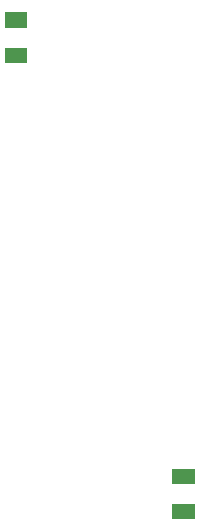
<source format=gbp>
G04 start of page 2 for group 11 layer_idx 10 *
G04 Title: (unknown), bottom_paste *
G04 Creator: pcb-rnd 2.2.2 *
G04 CreationDate: 2020-09-08 21:03:29 UTC *
G04 For:  *
G04 Format: Gerber/RS-274X *
G04 PCB-Dimensions: 500000 500000 *
G04 PCB-Coordinate-Origin: lower left *
%MOIN*%
%FSLAX25Y25*%
%LNBOTTOM_PASTE_NONE_11*%
%ADD93C,0.0001*%
G54D93*G36*
X165527Y230431D02*Y225313D01*
X173007D01*
Y230431D01*
X165527D01*
G37*
G36*
Y218621D02*Y213503D01*
X173007D01*
Y218621D01*
X165527D01*
G37*
G36*
X109760Y370654D02*Y365536D01*
X117240D01*
Y370654D01*
X109760D01*
G37*
G36*
Y382464D02*Y377346D01*
X117240D01*
Y382464D01*
X109760D01*
G37*
M02*

</source>
